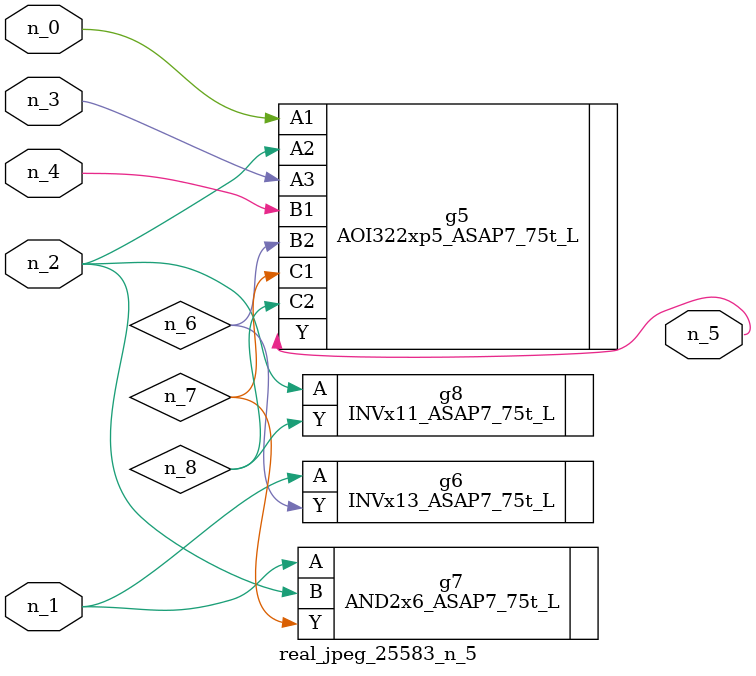
<source format=v>
module real_jpeg_25583_n_5 (n_4, n_0, n_1, n_2, n_3, n_5);

input n_4;
input n_0;
input n_1;
input n_2;
input n_3;

output n_5;

wire n_8;
wire n_6;
wire n_7;

AOI322xp5_ASAP7_75t_L g5 ( 
.A1(n_0),
.A2(n_2),
.A3(n_3),
.B1(n_4),
.B2(n_6),
.C1(n_7),
.C2(n_8),
.Y(n_5)
);

INVx13_ASAP7_75t_L g6 ( 
.A(n_1),
.Y(n_6)
);

AND2x6_ASAP7_75t_L g7 ( 
.A(n_1),
.B(n_2),
.Y(n_7)
);

INVx11_ASAP7_75t_L g8 ( 
.A(n_2),
.Y(n_8)
);


endmodule
</source>
